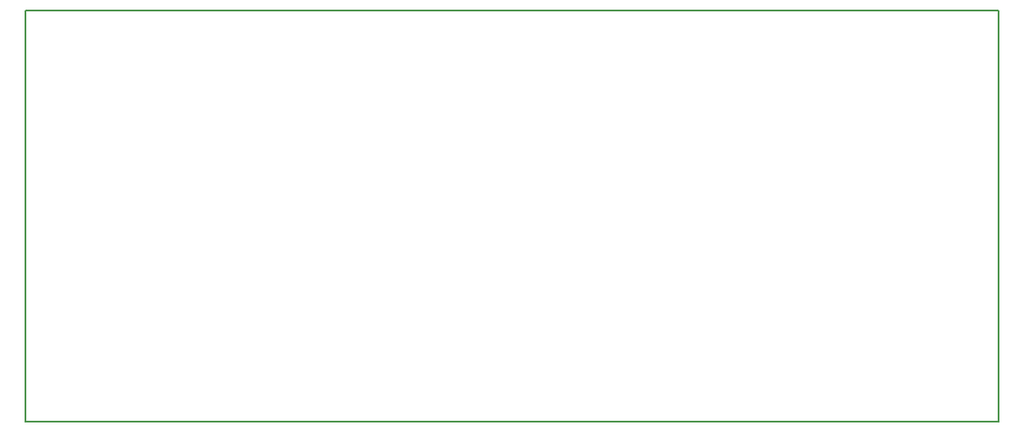
<source format=gm1>
G04 MADE WITH FRITZING*
G04 WWW.FRITZING.ORG*
G04 DOUBLE SIDED*
G04 HOLES PLATED*
G04 CONTOUR ON CENTER OF CONTOUR VECTOR*
%ASAXBY*%
%FSLAX23Y23*%
%MOIN*%
%OFA0B0*%
%SFA1.0B1.0*%
%ADD10R,3.709480X1.572930*%
%ADD11C,0.008000*%
%ADD10C,0.008*%
%LNCONTOUR*%
G90*
G70*
G54D10*
G54D11*
X4Y1569D02*
X3705Y1569D01*
X3705Y4D01*
X4Y4D01*
X4Y1569D01*
D02*
G04 End of contour*
M02*
</source>
